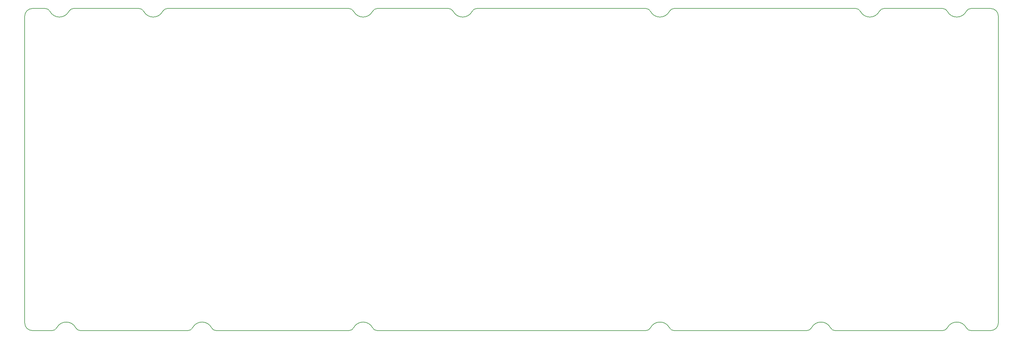
<source format=gbr>
%TF.GenerationSoftware,KiCad,Pcbnew,(5.1.11)-1*%
%TF.CreationDate,2022-08-27T18:46:52+07:00*%
%TF.ProjectId,Eclipse60,45636c69-7073-4653-9630-2e6b69636164,rev?*%
%TF.SameCoordinates,Original*%
%TF.FileFunction,Profile,NP*%
%FSLAX46Y46*%
G04 Gerber Fmt 4.6, Leading zero omitted, Abs format (unit mm)*
G04 Created by KiCad (PCBNEW (5.1.11)-1) date 2022-08-27 18:46:52*
%MOMM*%
%LPD*%
G01*
G04 APERTURE LIST*
%TA.AperFunction,Profile*%
%ADD10C,0.200000*%
%TD*%
G04 APERTURE END LIST*
D10*
X78169426Y-122493545D02*
G75*
G02*
X83755566Y-122493544I2793070J-1456450D01*
G01*
X218972602Y-123299997D02*
G75*
G02*
X217642566Y-122493544I0J1500002D01*
G01*
X85085600Y-123299997D02*
G75*
G02*
X83755566Y-122493544I1J1500001D01*
G01*
X259144426Y-122493543D02*
G75*
G02*
X264730566Y-122493544I2793070J-1456451D01*
G01*
X125256425Y-122493543D02*
G75*
G02*
X123926391Y-123299995I-1330035J693548D01*
G01*
X125256426Y-122493543D02*
G75*
G02*
X130842566Y-122493544I2793070J-1456451D01*
G01*
X212056426Y-122493543D02*
G75*
G02*
X217642566Y-122493544I2793070J-1456451D01*
G01*
X257814391Y-123299995D02*
X218972601Y-123299996D01*
X259144425Y-122493543D02*
G75*
G02*
X257814391Y-123299995I-1330034J693548D01*
G01*
X76839391Y-123299995D02*
X45372601Y-123299996D01*
X37126391Y-123299995D02*
X31349996Y-123299996D01*
X29099996Y-31349996D02*
G75*
G02*
X31349996Y-29099996I2250000J0D01*
G01*
X78169424Y-122493544D02*
G75*
G02*
X76839391Y-123299995I-1330033J693548D01*
G01*
X45372600Y-123299997D02*
G75*
G02*
X44042566Y-122493544I1J1500001D01*
G01*
X210726391Y-123299995D02*
X132172601Y-123299996D01*
X123926391Y-123299995D02*
X85085601Y-123299996D01*
X31349996Y-29099996D02*
X35126890Y-29099996D01*
X29099996Y-121049996D02*
X29099997Y-31349996D01*
X31349996Y-123299996D02*
G75*
G02*
X29099996Y-121049996I0J2250000D01*
G01*
X38456425Y-122493545D02*
G75*
G02*
X37126391Y-123299995I-1330033J693549D01*
G01*
X132172601Y-123299998D02*
G75*
G02*
X130842566Y-122493544I1J1500002D01*
G01*
X212056424Y-122493544D02*
G75*
G02*
X210726391Y-123299995I-1330033J693548D01*
G01*
X38456426Y-122493545D02*
G75*
G02*
X44042566Y-122493544I2793070J-1456450D01*
G01*
X266060602Y-123299997D02*
G75*
G02*
X264730566Y-122493544I0J1500002D01*
G01*
X297527391Y-123299995D02*
X266060601Y-123299996D01*
X298857425Y-122493543D02*
G75*
G02*
X297527391Y-123299995I-1330034J693548D01*
G01*
X42043067Y-29906448D02*
G75*
G02*
X36456925Y-29906447I-2793071J1456451D01*
G01*
X62551889Y-29099996D02*
G75*
G02*
X63881924Y-29906447I1J-1500000D01*
G01*
X43373102Y-29099996D02*
X62551889Y-29099996D01*
X35126890Y-29099996D02*
G75*
G02*
X36456925Y-29906447I1J-1500000D01*
G01*
X42043068Y-29906448D02*
G75*
G02*
X43373102Y-29099996I1330034J-693548D01*
G01*
X297527065Y-29099996D02*
G75*
G02*
X298857100Y-29906447I1J-1500001D01*
G01*
X217643643Y-29906449D02*
G75*
G02*
X212057500Y-29906447I-2793071J1456452D01*
G01*
X130842644Y-29906448D02*
G75*
G02*
X132172678Y-29099996I1330034J-693548D01*
G01*
X132172678Y-29099996D02*
X153039389Y-29099996D01*
X311549996Y-123299995D02*
X305773601Y-123299996D01*
X313799996Y-31349996D02*
X313799996Y-121049996D01*
X217643643Y-29906448D02*
G75*
G02*
X218973677Y-29099996I1330034J-693548D01*
G01*
X130842643Y-29906449D02*
G75*
G02*
X125256500Y-29906447I-2793071J1456452D01*
G01*
X279018067Y-29906448D02*
G75*
G02*
X280348102Y-29099996I1330035J-693549D01*
G01*
X313799995Y-121049996D02*
G75*
G02*
X311549996Y-123299995I-2249999J0D01*
G01*
X311549995Y-29099997D02*
G75*
G02*
X313799996Y-31349996I1J-2250000D01*
G01*
X305773278Y-29099996D02*
X311549996Y-29099997D01*
X304443243Y-29906449D02*
G75*
G02*
X298857100Y-29906447I-2793071J1456452D01*
G01*
X272101890Y-29099997D02*
G75*
G02*
X273431924Y-29906447I1J-1499999D01*
G01*
X70798102Y-29099996D02*
X123926465Y-29099996D01*
X280348102Y-29099996D02*
X297527065Y-29099996D01*
X279018067Y-29906449D02*
G75*
G02*
X273431924Y-29906447I-2793071J1456452D01*
G01*
X218973677Y-29099996D02*
X272101889Y-29099996D01*
X210727466Y-29099997D02*
G75*
G02*
X212057500Y-29906447I1J-1499999D01*
G01*
X159955567Y-29906447D02*
G75*
G02*
X161285678Y-29099996I1330034J-693549D01*
G01*
X69468068Y-29906448D02*
G75*
G02*
X70798102Y-29099996I1330034J-693548D01*
G01*
X153039390Y-29099997D02*
G75*
G02*
X154369424Y-29906447I1J-1499999D01*
G01*
X69468067Y-29906449D02*
G75*
G02*
X63881924Y-29906447I-2793071J1456452D01*
G01*
X161285678Y-29099996D02*
X210727465Y-29099996D01*
X123926466Y-29099997D02*
G75*
G02*
X125256500Y-29906447I1J-1499999D01*
G01*
X304443244Y-29906448D02*
G75*
G02*
X305773278Y-29099996I1330034J-693548D01*
G01*
X159955568Y-29906448D02*
G75*
G02*
X154369424Y-29906447I-2793072J1456451D01*
G01*
X298857426Y-122493543D02*
G75*
G02*
X304443566Y-122493544I2793070J-1456451D01*
G01*
X305773601Y-123299998D02*
G75*
G02*
X304443566Y-122493544I1J1500002D01*
G01*
M02*

</source>
